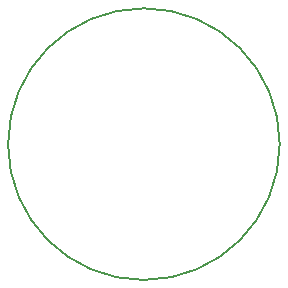
<source format=gbr>
%TF.GenerationSoftware,KiCad,Pcbnew,(5.99.0-11535-gf6cac49802)*%
%TF.CreationDate,2021-07-27T22:48:24-05:00*%
%TF.ProjectId,MT6816CT encoder breakout,4d543638-3136-4435-9420-656e636f6465,rev?*%
%TF.SameCoordinates,Original*%
%TF.FileFunction,Profile,NP*%
%FSLAX46Y46*%
G04 Gerber Fmt 4.6, Leading zero omitted, Abs format (unit mm)*
G04 Created by KiCad (PCBNEW (5.99.0-11535-gf6cac49802)) date 2021-07-27 22:48:24*
%MOMM*%
%LPD*%
G01*
G04 APERTURE LIST*
%TA.AperFunction,Profile*%
%ADD10C,0.200000*%
%TD*%
G04 APERTURE END LIST*
D10*
X150000000Y-83000000D02*
G75*
G03*
X150000000Y-83000000I-11500000J0D01*
G01*
M02*

</source>
